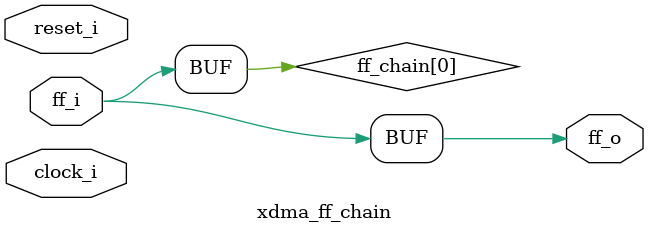
<source format=v>
/*****************************************************************************
** Description:
**    Flop Chain
**
******************************************************************************/

`timescale 1ps/1ps

`define AS_PHYREG(clk, reset, q, d, rstval)  \
   always @(posedge clk or posedge reset) begin \
      if (reset) \
         q  <= #(TCQ)   rstval;  \
      else  \
         q  <= #(TCQ)   d; \
   end

`define PHYREG(clk, reset, q, d, rstval)  \
   always @(posedge clk) begin \
      if (reset) \
         q  <= #(TCQ)   rstval;  \
      else  \
         q  <= #(TCQ)   d; \
   end

(* DowngradeIPIdentifiedWarnings = "yes" *)
module xdma_ff_chain #(
   // Parameters
   parameter integer PIPELINE_STAGES   = 0,        // 0 = no pipeline; 1 = 1 stage; 2 = 2 stages; 3 = 3 stages
   parameter         ASYNC             = "FALSE",
   parameter integer FF_WIDTH          = 1,
   parameter integer RST_VAL           = 0,
   parameter integer TCQ               = 1
)  (   
   input  wire                         clock_i,          
   input  wire                         reset_i,           
   input  wire [FF_WIDTH-1:0]          ff_i,            
   output wire [FF_WIDTH-1:0]          ff_o        
   );

   genvar   var_i;

   reg   [FF_WIDTH-1:0]          ff_chain [PIPELINE_STAGES:0];

   always @(*) ff_chain[0] = ff_i;

generate
   if (PIPELINE_STAGES > 0) begin:  with_ff_chain
      for (var_i = 0; var_i < PIPELINE_STAGES; var_i = var_i + 1) begin: ff_chain_gen
         if (ASYNC == "TRUE") begin: async_rst
            `AS_PHYREG(clock_i, reset_i, ff_chain[var_i+1], ff_chain[var_i], RST_VAL)
         end else begin: sync_rst
            `PHYREG(clock_i, reset_i, ff_chain[var_i+1], ff_chain[var_i], RST_VAL)
         end
      end
   end
endgenerate

   assign ff_o = ff_chain[PIPELINE_STAGES];

endmodule

</source>
